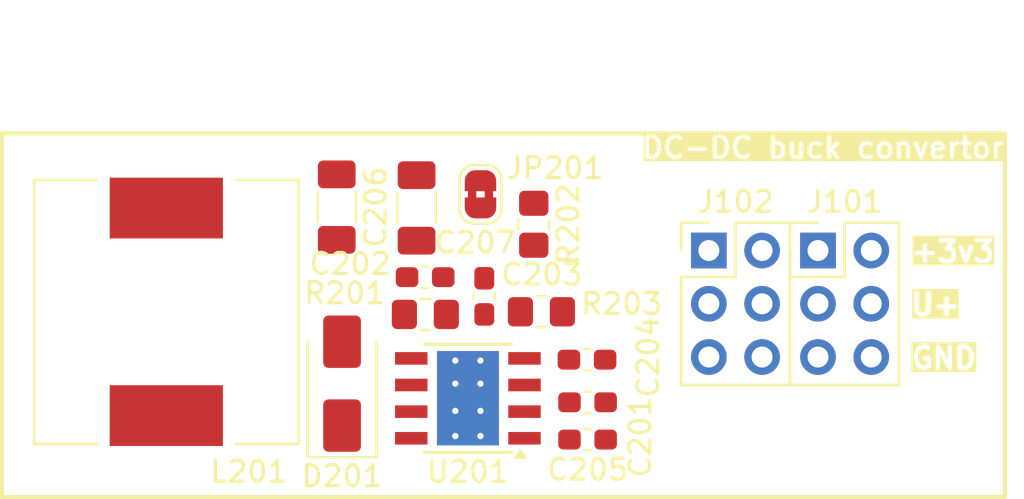
<source format=kicad_pcb>
(kicad_pcb (version 20240108) (generator "pcbnew") (generator_version "8.0")
  (layers (0 "F.Cu" signal) (31 "B.Cu" signal) (34 "B.Paste" user) (35 "F.Paste" user) (36 "B.SilkS" user "B.Silkscreen") (37 "F.SilkS" user "F.Silkscreen") (38 "B.Mask" user) (39 "F.Mask" user) (44 "Edge.Cuts" user))
  (net 0 "")
  (net 1 "/J_U+")
  (net 2 "/GND")
  (net 3 "/rails_power_dc-dc-ldo-3v3_3A/COMP")
  (net 4 "Net-(C203-Pad1)")
  (net 5 "/rails_power_dc-dc-ldo-3v3_3A/SS")
  (net 6 "/rails_power_dc-dc-ldo-3v3_3A/PH")
  (net 7 "/rails_power_dc-dc-ldo-3v3_3A/BOOT")
  (net 8 "/+3V3")
  (net 9 "/rails_power_dc-dc-ldo-3v3_3A/FEEDBACK")
  (net 11 "/J_GND")
  (net 12 "/J_+3V3")
  (net 13 "/U+")
  (net 14 "Net-(JP201-A)")
  (footprint "Connector_PinHeader_2.54mm:PinHeader_2x03_P2.54mm_Vertical" (layer "F.Cu") (at 91.79025 57.277)
    (property "Reference" "J102" (at 1.27 -2.33 0) (layer "F.SilkS"))
    (property "Value" "Conn_02x03_Odd_Even")
    (fp_line (start -1.33 -1.33) (end 0 -1.33) (stroke (width 0.12)) (layer "F.SilkS"))
    (fp_line (start -1.33 0) (end -1.33 -1.33) (stroke (width 0.12)) (layer "F.SilkS"))
    (fp_line (start -1.33 1.27) (end -1.33 6.41) (stroke (width 0.12)) (layer "F.SilkS"))
    (fp_line (start -1.33 1.27) (end 1.27 1.27) (stroke (width 0.12)) (layer "F.SilkS"))
    (fp_line (start -1.33 6.41) (end 3.87 6.41) (stroke (width 0.12)) (layer "F.SilkS"))
    (fp_line (start 1.27 -1.33) (end 3.87 -1.33) (stroke (width 0.12)) (layer "F.SilkS"))
    (fp_line (start 1.27 1.27) (end 1.27 -1.33) (stroke (width 0.12)) (layer "F.SilkS"))
    (fp_line (start 3.87 -1.33) (end 3.87 6.41) (stroke (width 0.12)) (layer "F.SilkS"))
    (pad "1" thru_hole rect (at 0 0) (size 1.7 1.7) (drill 1) (layers "*.Cu" "*.Mask") (net 1 "/J_U+"))
    (pad "2" thru_hole oval (at 2.54 0) (size 1.7 1.7) (drill 1) (layers "*.Cu" "*.Mask") (net 1 "/J_U+"))
    (pad "3" thru_hole oval (at 0 2.54) (size 1.7 1.7) (drill 1) (layers "*.Cu" "*.Mask") (net 12 "/J_+3V3"))
    (pad "4" thru_hole oval (at 2.54 2.54) (size 1.7 1.7) (drill 1) (layers "*.Cu" "*.Mask") (net 12 "/J_+3V3"))
    (pad "5" thru_hole oval (at 0 5.08) (size 1.7 1.7) (drill 1) (layers "*.Cu" "*.Mask") (net 11 "/J_GND"))
    (pad "6" thru_hole oval (at 2.54 5.08) (size 1.7 1.7) (drill 1) (layers "*.Cu" "*.Mask") (net 11 "/J_GND"))
  )
  (footprint "Package_SO:TI_SO-PowerPAD-8_ThermalVias" (layer "F.Cu") (at 80.297 64.327 180)
    (property "Reference" "U201" (at 0 -3.5 180) (layer "F.SilkS"))
    (property "Value" "TPS54233")
    (fp_line (start -2.075001 2.575) (end 2.075001 2.575) (stroke (width 0.15)) (layer "F.SilkS"))
    (fp_line (start -2.075001 -2.575) (end 2.075001 -2.575) (stroke (width 0.15)) (layer "F.SilkS"))
    (fp_poly (pts (xy -2.5 -2.5) (xy -2.74 -2.83) (xy -2.26 -2.83) (xy -2.5 -2.5)) (stroke (width 0.12)) (fill solid) (layer "F.SilkS"))
    (pad "1" smd rect (at -2.7 -1.905 180) (size 1.55 0.6) (layers "F.Cu" "F.Paste" "F.Mask") (net 7 "/rails_power_dc-dc-ldo-3v3_3A/BOOT"))
    (pad "2" smd rect (at -2.7 -0.635 180) (size 1.55 0.6) (layers "F.Cu" "F.Paste" "F.Mask") (net 1 "/J_U+"))
    (pad "3" smd rect (at -2.7 0.635 180) (size 1.55 0.6) (layers "F.Cu" "F.Paste" "F.Mask"))
    (pad "4" smd rect (at -2.7 1.905 180) (size 1.55 0.6) (layers "F.Cu" "F.Paste" "F.Mask") (net 5 "/rails_power_dc-dc-ldo-3v3_3A/SS"))
    (pad "5" smd rect (at 2.7 1.905 180) (size 1.55 0.6) (layers "F.Cu" "F.Paste" "F.Mask") (net 9 "/rails_power_dc-dc-ldo-3v3_3A/FEEDBACK"))
    (pad "6" smd rect (at 2.7 0.635 180) (size 1.55 0.6) (layers "F.Cu" "F.Paste" "F.Mask") (net 3 "/rails_power_dc-dc-ldo-3v3_3A/COMP"))
    (pad "7" smd rect (at 2.7 -0.635 180) (size 1.55 0.6) (layers "F.Cu" "F.Paste" "F.Mask") (net 11 "/J_GND"))
    (pad "8" smd rect (at 2.7 -1.905 180) (size 1.55 0.6) (layers "F.Cu" "F.Paste" "F.Mask") (net 6 "/rails_power_dc-dc-ldo-3v3_3A/PH"))
    (pad "9" thru_hole circle (at -0.6 -1.8 180) (size 0.6 0.6) (drill 0.3) (layers "*.Cu"))
    (pad "9" thru_hole circle (at -0.6 -0.6 180) (size 0.6 0.6) (drill 0.3) (layers "*.Cu"))
    (pad "9" thru_hole circle (at -0.6 0.7 180) (size 0.6 0.6) (drill 0.3) (layers "*.Cu"))
    (pad "9" thru_hole circle (at -0.6 1.8 180) (size 0.6 0.6) (drill 0.3) (layers "*.Cu"))
    (pad "9" smd rect (at 0 0 180) (size 2.6 3.1) (layers "F.Cu" "F.Paste" "F.Mask"))
    (pad "9" smd rect (at 0 0 180) (size 2.95 4.5) (layers "F.Cu"))
    (pad "9" smd rect (at 0 0 180) (size 2.95 4.5) (layers "B.Cu"))
    (pad "9" thru_hole circle (at 0.6 -1.8 180) (size 0.6 0.6) (drill 0.3) (layers "*.Cu"))
    (pad "9" thru_hole circle (at 0.6 -0.6 180) (size 0.6 0.6) (drill 0.3) (layers "*.Cu"))
    (pad "9" thru_hole circle (at 0.6 0.7 180) (size 0.6 0.6) (drill 0.3) (layers "*.Cu"))
    (pad "9" thru_hole circle (at 0.6 1.8 180) (size 0.6 0.6) (drill 0.3) (layers "*.Cu"))
  )
  (footprint "Capacitor_SMD:C_1206_3216Metric_Pad1.33x1.80mm_HandSolder" (layer "F.Cu") (at 74.041 55.2065 -90)
    (property "Reference" "C206" (at 0 -1.850001 270) (layer "F.SilkS"))
    (property "Value" "100uF")
    (fp_line (start -0.711252 0.91) (end 0.711252 0.91) (stroke (width 0.12)) (layer "F.SilkS"))
    (fp_line (start -0.711252 -0.91) (end 0.711252 -0.91) (stroke (width 0.12)) (layer "F.SilkS"))
    (pad "1" smd roundrect (at -1.5625 0 270) (size 1.325 1.8) (layers "F.Cu" "F.Paste" "F.Mask") (roundrect_rratio 0.188679) (net 14 "Net-(JP201-A)"))
    (pad "2" smd roundrect (at 1.5625 0 270) (size 1.325 1.8) (layers "F.Cu" "F.Paste" "F.Mask") (roundrect_rratio 0.188679) (net 11 "/J_GND"))
  )
  (footprint "Inductor_SMD:L_12x12mm_H4.5mm" (layer "F.Cu") (at 65.913 60.201 90)
    (property "Reference" "L201" (at -7.62 3.937 180) (layer "F.SilkS"))
    (property "Value" "L")
    (fp_line (start 6.3 -6.3) (end 6.3 -3.3) (stroke (width 0.12)) (layer "F.SilkS"))
    (fp_line (start -6.3 -6.3) (end 6.3 -6.3) (stroke (width 0.12)) (layer "F.SilkS"))
    (fp_line (start -6.3 -3.3) (end -6.3 -6.3) (stroke (width 0.12)) (layer "F.SilkS"))
    (fp_line (start 6.3 3.3) (end 6.3 6.3) (stroke (width 0.12)) (layer "F.SilkS"))
    (fp_line (start 6.3 6.3) (end -6.3 6.3) (stroke (width 0.12)) (layer "F.SilkS"))
    (fp_line (start -6.3 6.3) (end -6.3 3.3) (stroke (width 0.12)) (layer "F.SilkS"))
    (pad "1" smd rect (at -4.950001 0 90) (size 2.9 5.4) (layers "F.Cu" "F.Paste" "F.Mask") (net 6 "/rails_power_dc-dc-ldo-3v3_3A/PH"))
    (pad "2" smd rect (at 4.950001 0 90) (size 2.9 5.4) (layers "F.Cu" "F.Paste" "F.Mask") (net 14 "Net-(JP201-A)"))
  )
  (footprint "Capacitor_SMD:C_0603_1608Metric_Pad1.08x0.95mm_HandSolder" (layer "F.Cu") (at 86.0055 64.516)
    (property "Reference" "C201" (at 2.5135 1.651 90) (layer "F.SilkS"))
    (property "Value" "1u")
    (fp_line (start -0.146267 -0.51) (end 0.146267 -0.51) (stroke (width 0.12)) (layer "F.SilkS"))
    (fp_line (start -0.146267 0.51) (end 0.146267 0.51) (stroke (width 0.12)) (layer "F.SilkS"))
    (pad "1" smd roundrect (at -0.862501 0) (size 1.075 0.95) (layers "F.Cu" "F.Paste" "F.Mask") (net 1 "/J_U+"))
    (pad "2" smd roundrect (at 0.862501 0) (size 1.075 0.95) (layers "F.Cu" "F.Paste" "F.Mask") (net 11 "/J_GND"))
  )
  (footprint "Connector_PinHeader_2.54mm:PinHeader_2x03_P2.54mm_Vertical" (layer "F.Cu") (at 96.99725 57.277)
    (property "Reference" "J101" (at 1.27 -2.33 0) (layer "F.SilkS"))
    (property "Value" "Conn_02x03_Odd_Even")
    (fp_line (start -1.33 -1.33) (end 0 -1.33) (stroke (width 0.12)) (layer "F.SilkS"))
    (fp_line (start -1.33 0) (end -1.33 -1.33) (stroke (width 0.12)) (layer "F.SilkS"))
    (fp_line (start -1.33 1.27) (end -1.33 6.41) (stroke (width 0.12)) (layer "F.SilkS"))
    (fp_line (start -1.33 1.27) (end 1.27 1.27) (stroke (width 0.12)) (layer "F.SilkS"))
    (fp_line (start -1.33 6.41) (end 3.87 6.41) (stroke (width 0.12)) (layer "F.SilkS"))
    (fp_line (start 1.27 -1.33) (end 3.87 -1.33) (stroke (width 0.12)) (layer "F.SilkS"))
    (fp_line (start 1.27 1.27) (end 1.27 -1.33) (stroke (width 0.12)) (layer "F.SilkS"))
    (fp_line (start 3.87 -1.33) (end 3.87 6.41) (stroke (width 0.12)) (layer "F.SilkS"))
    (pad "1" thru_hole rect (at 0 0) (size 1.7 1.7) (drill 1) (layers "*.Cu" "*.Mask") (net 1 "/J_U+"))
    (pad "2" thru_hole oval (at 2.54 0) (size 1.7 1.7) (drill 1) (layers "*.Cu" "*.Mask") (net 13 "/U+"))
    (pad "3" thru_hole oval (at 0 2.54) (size 1.7 1.7) (drill 1) (layers "*.Cu" "*.Mask") (net 12 "/J_+3V3"))
    (pad "4" thru_hole oval (at 2.54 2.54) (size 1.7 1.7) (drill 1) (layers "*.Cu" "*.Mask") (net 8 "/+3V3"))
    (pad "5" thru_hole oval (at 0 5.08) (size 1.7 1.7) (drill 1) (layers "*.Cu" "*.Mask") (net 11 "/J_GND"))
    (pad "6" thru_hole oval (at 2.54 5.08) (size 1.7 1.7) (drill 1) (layers "*.Cu" "*.Mask") (net 2 "/GND"))
  )
  (footprint "Resistor_SMD:R_0805_2012Metric_Pad1.20x1.40mm_HandSolder" (layer "F.Cu") (at 83.439 56.023 -90)
    (property "Reference" "R202" (at 0 -1.65 270) (layer "F.SilkS"))
    (property "Value" "R")
    (fp_line (start -0.227064 0.735) (end 0.227064 0.735) (stroke (width 0.12)) (layer "F.SilkS"))
    (fp_line (start -0.227064 -0.735) (end 0.227064 -0.735) (stroke (width 0.12)) (layer "F.SilkS"))
    (pad "1" smd roundrect (at -1 0 270) (size 1.2 1.4) (layers "F.Cu" "F.Paste" "F.Mask") (roundrect_rratio 0.208333) (net 12 "/J_+3V3"))
    (pad "2" smd roundrect (at 1 0 270) (size 1.2 1.4) (layers "F.Cu" "F.Paste" "F.Mask") (roundrect_rratio 0.208333) (net 9 "/rails_power_dc-dc-ldo-3v3_3A/FEEDBACK"))
  )
  (footprint "Capacitor_SMD:C_0603_1608Metric_Pad1.08x0.95mm_HandSolder" (layer "F.Cu") (at 81.079 59.4625 90)
    (property "Reference" "C203" (at 1.0425 2.741 180) (layer "F.SilkS"))
    (property "Value" "1nF")
    (fp_line (start -0.146267 -0.51) (end 0.146267 -0.51) (stroke (width 0.12)) (layer "F.SilkS"))
    (fp_line (start -0.146267 0.51) (end 0.146267 0.51) (stroke (width 0.12)) (layer "F.SilkS"))
    (pad "1" smd roundrect (at -0.862501 0 90) (size 1.075 0.95) (layers "F.Cu" "F.Paste" "F.Mask") (net 4 "Net-(C203-Pad1)"))
    (pad "2" smd roundrect (at 0.862501 0 90) (size 1.075 0.95) (layers "F.Cu" "F.Paste" "F.Mask") (net 11 "/J_GND"))
  )
  (footprint "Resistor_SMD:R_0805_2012Metric_Pad1.20x1.40mm_HandSolder" (layer "F.Cu") (at 83.804 60.198)
    (property "Reference" "R203" (at 3.826 -0.381 180) (layer "F.SilkS"))
    (property "Value" "R")
    (fp_line (start -0.227064 -0.735) (end 0.227064 -0.735) (stroke (width 0.12)) (layer "F.SilkS"))
    (fp_line (start -0.227064 0.735) (end 0.227064 0.735) (stroke (width 0.12)) (layer "F.SilkS"))
    (pad "1" smd roundrect (at -1 0) (size 1.2 1.4) (layers "F.Cu" "F.Paste" "F.Mask") (roundrect_rratio 0.208333) (net 9 "/rails_power_dc-dc-ldo-3v3_3A/FEEDBACK"))
    (pad "2" smd roundrect (at 1 0) (size 1.2 1.4) (layers "F.Cu" "F.Paste" "F.Mask") (roundrect_rratio 0.208333) (net 11 "/J_GND"))
  )
  (footprint "Resistor_SMD:R_0805_2012Metric_Pad1.20x1.40mm_HandSolder" (layer "F.Cu") (at 78.269 60.325 180)
    (property "Reference" "R201" (at 3.847 1.016 180) (layer "F.SilkS"))
    (property "Value" "R")
    (fp_line (start -0.227064 0.735) (end 0.227064 0.735) (stroke (width 0.12)) (layer "F.SilkS"))
    (fp_line (start -0.227064 -0.735) (end 0.227064 -0.735) (stroke (width 0.12)) (layer "F.SilkS"))
    (pad "1" smd roundrect (at -1 0 180) (size 1.2 1.4) (layers "F.Cu" "F.Paste" "F.Mask") (roundrect_rratio 0.208333) (net 4 "Net-(C203-Pad1)"))
    (pad "2" smd roundrect (at 1 0 180) (size 1.2 1.4) (layers "F.Cu" "F.Paste" "F.Mask") (roundrect_rratio 0.208333) (net 3 "/rails_power_dc-dc-ldo-3v3_3A/COMP"))
  )
  (footprint "Jumper:SolderJumper-2_P1.3mm_Bridged2Bar_RoundedPad1.0x1.5mm" (layer "F.Cu") (at 80.899 54.595001 -90)
    (property "Reference" "JP201" (at -1.255001 -3.556 180) (layer "F.SilkS"))
    (property "Value" "SolderJumper_2_Bridged")
    (fp_poly (pts (xy -0.25 0.2) (xy 0.25 0.2) (xy 0.25 0.6) (xy -0.25 0.6)) (fill solid) (layer "F.Cu"))
    (fp_poly (pts (xy -0.25 -0.6) (xy 0.25 -0.6) (xy 0.25 -0.2) (xy -0.25 -0.2)) (fill solid) (layer "F.Cu"))
    (fp_line (start 0.7 1) (end -0.7 1) (stroke (width 0.12)) (layer "F.SilkS"))
    (fp_line (start -1.4 0.3) (end -1.4 -0.3) (stroke (width 0.12)) (layer "F.SilkS"))
    (fp_line (start 1.4 -0.3) (end 1.4 0.3) (stroke (width 0.12)) (layer "F.SilkS"))
    (fp_line (start -0.7 -1) (end 0.7 -1) (stroke (width 0.12)) (layer "F.SilkS"))
    (fp_arc (start -0.7 1) (mid -1.194975 0.794975) (end -1.4 0.3) (stroke (width 0.12)) (layer "F.SilkS"))
    (fp_arc (start 1.4 0.3) (mid 1.194975 0.794975) (end 0.7 1) (stroke (width 0.12)) (layer "F.SilkS"))
    (fp_arc (start -1.4 -0.3) (mid -1.194975 -0.794975) (end -0.7 -1) (stroke (width 0.12)) (layer "F.SilkS"))
    (fp_arc (start 0.7 -1) (mid 1.194975 -0.794975) (end 1.4 -0.3) (stroke (width 0.12)) (layer "F.SilkS"))
    (pad "1" smd custom (at -0.65 0 270) (size 1 0.5) (layers "F.Cu" "F.Mask") (net 14 "Net-(JP201-A)") (options (clearance outline) (anchor rect)) (primitives (gr_circle (center 0 0.25) (end 0.5 0.25) (width 0) (fill yes)) (gr_circle (center 0 -0.25) (end 0.5 -0.25) (width 0) (fill yes)) (gr_poly (pts (xy 0.5 0.75) (xy 0 0.75) (xy 0 -0.75) (xy 0.5 -0.75)) (width 0) (fill yes))))
    (pad "2" smd custom (at 0.65 0 270) (size 1 0.5) (layers "F.Cu" "F.Mask") (net 12 "/J_+3V3") (options (clearance outline) (anchor rect)) (primitives (gr_circle (center 0 0.25) (end 0.5 0.25) (width 0) (fill yes)) (gr_circle (center 0 -0.25) (end 0.5 -0.25) (width 0) (fill yes)) (gr_poly (pts (xy 0 0.75) (xy -0.5 0.75) (xy -0.5 -0.75) (xy 0 -0.75)) (width 0) (fill yes))))
  )
  (footprint "Diode_SMD:D_SMA" (layer "F.Cu") (at 74.295 63.627 90)
    (property "Reference" "D201" (at -4.413001 0 180) (layer "F.SilkS"))
    (property "Value" "D_Schottky")
    (fp_line (start -3.51 -1.65) (end 2 -1.65) (stroke (width 0.12)) (layer "F.SilkS"))
    (fp_line (start -3.51 -1.65) (end -3.51 1.65) (stroke (width 0.12)) (layer "F.SilkS"))
    (fp_line (start -3.51 1.65) (end 2 1.65) (stroke (width 0.12)) (layer "F.SilkS"))
    (pad "1" smd roundrect (at -2.000001 0 90) (size 2.5 1.8) (layers "F.Cu" "F.Paste" "F.Mask") (roundrect_rratio 0.1388888889) (net 6 "/rails_power_dc-dc-ldo-3v3_3A/PH"))
    (pad "2" smd roundrect (at 2.000001 0 90) (size 2.5 1.8) (layers "F.Cu" "F.Paste" "F.Mask") (roundrect_rratio 0.1388888889) (net 11 "/J_GND"))
  )
  (footprint "Capacitor_SMD:C_0603_1608Metric_Pad1.08x0.95mm_HandSolder" (layer "F.Cu") (at 78.2585 58.547)
    (property "Reference" "C202" (at -3.5825 -0.635 180) (layer "F.SilkS"))
    (property "Value" "10pF")
    (fp_line (start -0.146267 -0.51) (end 0.146267 -0.51) (stroke (width 0.12)) (layer "F.SilkS"))
    (fp_line (start -0.146267 0.51) (end 0.146267 0.51) (stroke (width 0.12)) (layer "F.SilkS"))
    (pad "1" smd roundrect (at -0.862501 0) (size 1.075 0.95) (layers "F.Cu" "F.Paste" "F.Mask") (net 3 "/rails_power_dc-dc-ldo-3v3_3A/COMP"))
    (pad "2" smd roundrect (at 0.862501 0) (size 1.075 0.95) (layers "F.Cu" "F.Paste" "F.Mask") (net 11 "/J_GND"))
  )
  (footprint "Capacitor_SMD:C_0603_1608Metric_Pad1.08x0.95mm_HandSolder" (layer "F.Cu") (at 86.0055 66.294 180)
    (property "Reference" "C205" (at 0 -1.43 180) (layer "F.SilkS"))
    (property "Value" "10nF")
    (fp_line (start -0.146267 0.51) (end 0.146267 0.51) (stroke (width 0.12)) (layer "F.SilkS"))
    (fp_line (start -0.146267 -0.51) (end 0.146267 -0.51) (stroke (width 0.12)) (layer "F.SilkS"))
    (pad "1" smd roundrect (at -0.862501 0 180) (size 1.075 0.95) (layers "F.Cu" "F.Paste" "F.Mask") (net 7 "/rails_power_dc-dc-ldo-3v3_3A/BOOT"))
    (pad "2" smd roundrect (at 0.862501 0 180) (size 1.075 0.95) (layers "F.Cu" "F.Paste" "F.Mask") (net 6 "/rails_power_dc-dc-ldo-3v3_3A/PH"))
  )
  (footprint "Capacitor_SMD:C_1206_3216Metric_Pad1.33x1.80mm_HandSolder" (layer "F.Cu") (at 77.851 55.245 -90)
    (property "Reference" "C207" (at 1.651 -2.794 180) (layer "F.SilkS"))
    (property "Value" "100uF")
    (fp_line (start -0.711252 0.91) (end 0.711252 0.91) (stroke (width 0.12)) (layer "F.SilkS"))
    (fp_line (start -0.711252 -0.91) (end 0.711252 -0.91) (stroke (width 0.12)) (layer "F.SilkS"))
    (pad "1" smd roundrect (at -1.5625 0 270) (size 1.325 1.8) (layers "F.Cu" "F.Paste" "F.Mask") (roundrect_rratio 0.188679) (net 14 "Net-(JP201-A)"))
    (pad "2" smd roundrect (at 1.5625 0 270) (size 1.325 1.8) (layers "F.Cu" "F.Paste" "F.Mask") (roundrect_rratio 0.188679) (net 11 "/J_GND"))
  )
  (footprint "Capacitor_SMD:C_0603_1608Metric_Pad1.08x0.95mm_HandSolder" (layer "F.Cu") (at 85.979 62.484)
    (property "Reference" "C204" (at 2.921 -0.127 270) (layer "F.SilkS"))
    (property "Value" "10nF")
    (fp_line (start -0.146267 -0.51) (end 0.146267 -0.51) (stroke (width 0.12)) (layer "F.SilkS"))
    (fp_line (start -0.146267 0.51) (end 0.146267 0.51) (stroke (width 0.12)) (layer "F.SilkS"))
    (pad "1" smd roundrect (at -0.862501 0) (size 1.075 0.95) (layers "F.Cu" "F.Paste" "F.Mask") (net 5 "/rails_power_dc-dc-ldo-3v3_3A/SS"))
    (pad "2" smd roundrect (at 0.862501 0) (size 1.075 0.95) (layers "F.Cu" "F.Paste" "F.Mask") (net 11 "/J_GND"))
  )
  (gr_rect (start 58.079012 51.689) (end 105.918 69.037251) (stroke (width 0.2)) (fill none) (layer "F.SilkS"))
  (gr_text "+3v3" (at 101.346 57.912 0) (layer "F.SilkS" knockout) (effects (font (size 1 1) (thickness 0.2) (bold yes)) (justify left bottom)))
  (gr_text "DC-DC buck convertor" (at 88.519 52.959 0) (layer "F.SilkS" knockout) (effects (font (size 1 1)) (justify left bottom)))
  (gr_text "GND" (at 101.346 62.992 0) (layer "F.SilkS" knockout) (effects (font (size 1 1) (thickness 0.2) (bold yes)) (justify left bottom)))
  (gr_text "U+" (at 101.328 60.452 0) (layer "F.SilkS" knockout) (effects (font (size 1 1) (thickness 0.2) (bold yes)) (justify left bottom)))
)
</source>
